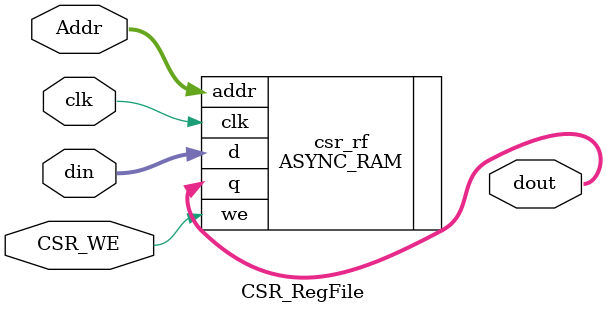
<source format=v>
module CSR_RegFile(clk,CSR_WE,din,Addr,dout);
    input clk;
    input CSR_WE;
    input [11:0] Addr;
    input [31:0] din;
    output [31:0] dout;
        
    //ASYNC_RAM with one write/read port
    ASYNC_RAM #(.DWIDTH(32),.AWIDTH(12)) csr_rf   (.q(dout),
                                                  .d(din),
                                                  .addr(Addr),
                                                  .we(CSR_WE),
                                                  .clk(clk));

endmodule

</source>
